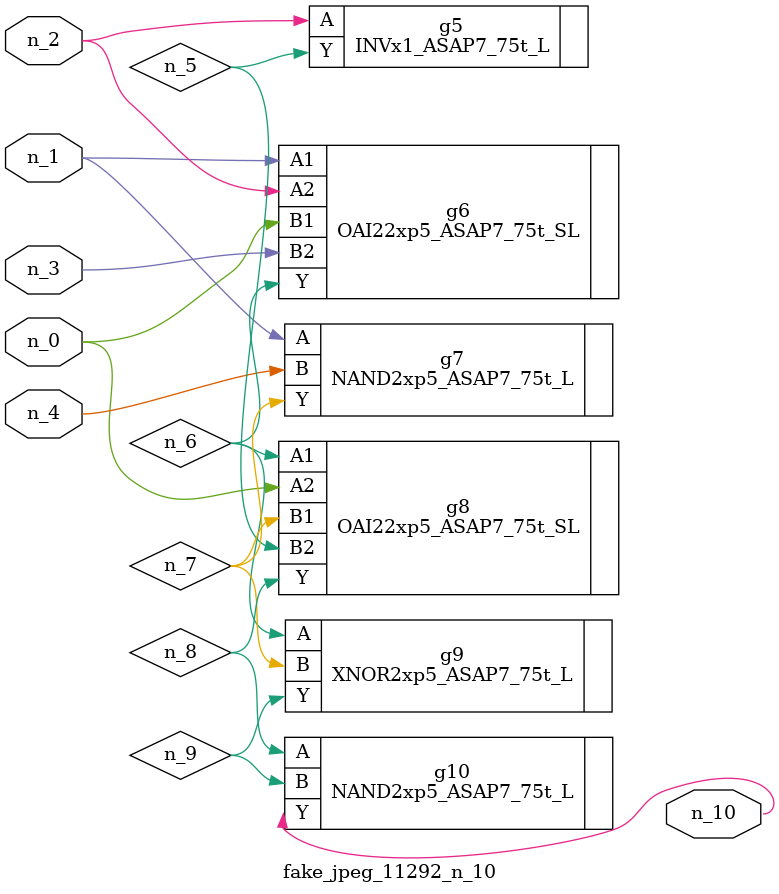
<source format=v>
module fake_jpeg_11292_n_10 (n_3, n_2, n_1, n_0, n_4, n_10);

input n_3;
input n_2;
input n_1;
input n_0;
input n_4;

output n_10;

wire n_8;
wire n_9;
wire n_6;
wire n_5;
wire n_7;

INVx1_ASAP7_75t_L g5 ( 
.A(n_2),
.Y(n_5)
);

OAI22xp5_ASAP7_75t_SL g6 ( 
.A1(n_1),
.A2(n_2),
.B1(n_0),
.B2(n_3),
.Y(n_6)
);

NAND2xp5_ASAP7_75t_L g7 ( 
.A(n_1),
.B(n_4),
.Y(n_7)
);

OAI22xp5_ASAP7_75t_SL g8 ( 
.A1(n_6),
.A2(n_0),
.B1(n_7),
.B2(n_5),
.Y(n_8)
);

NAND2xp5_ASAP7_75t_L g10 ( 
.A(n_8),
.B(n_9),
.Y(n_10)
);

XNOR2xp5_ASAP7_75t_L g9 ( 
.A(n_6),
.B(n_7),
.Y(n_9)
);


endmodule
</source>
